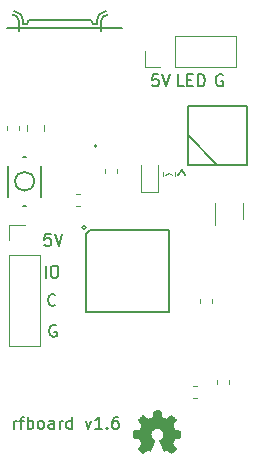
<source format=gbr>
G04 #@! TF.GenerationSoftware,KiCad,Pcbnew,5.1.4-e60b266~84~ubuntu18.04.1*
G04 #@! TF.CreationDate,2019-09-28T16:56:38-06:00*
G04 #@! TF.ProjectId,rfboard,7266626f-6172-4642-9e6b-696361645f70,rev?*
G04 #@! TF.SameCoordinates,Original*
G04 #@! TF.FileFunction,Legend,Top*
G04 #@! TF.FilePolarity,Positive*
%FSLAX46Y46*%
G04 Gerber Fmt 4.6, Leading zero omitted, Abs format (unit mm)*
G04 Created by KiCad (PCBNEW 5.1.4-e60b266~84~ubuntu18.04.1) date 2019-09-28 16:56:38*
%MOMM*%
%LPD*%
G04 APERTURE LIST*
%ADD10C,0.150000*%
%ADD11C,0.101600*%
%ADD12C,0.203200*%
%ADD13C,0.002540*%
%ADD14C,0.120000*%
%ADD15C,0.127000*%
%ADD16C,0.100000*%
G04 APERTURE END LIST*
D10*
X116300000Y-105000000D02*
X116600000Y-105500000D01*
X116000000Y-105500000D02*
X116300000Y-105000000D01*
D11*
X114900000Y-105500000D02*
X115200000Y-105300000D01*
X115200000Y-105300000D02*
X115500000Y-105500000D01*
D10*
X105609523Y-116457142D02*
X105561904Y-116504761D01*
X105419047Y-116552380D01*
X105323809Y-116552380D01*
X105180952Y-116504761D01*
X105085714Y-116409523D01*
X105038095Y-116314285D01*
X104990476Y-116123809D01*
X104990476Y-115980952D01*
X105038095Y-115790476D01*
X105085714Y-115695238D01*
X105180952Y-115600000D01*
X105323809Y-115552380D01*
X105419047Y-115552380D01*
X105561904Y-115600000D01*
X105609523Y-115647619D01*
X104776190Y-114152380D02*
X104776190Y-113152380D01*
X105442857Y-113152380D02*
X105633333Y-113152380D01*
X105728571Y-113200000D01*
X105823809Y-113295238D01*
X105871428Y-113485714D01*
X105871428Y-113819047D01*
X105823809Y-114009523D01*
X105728571Y-114104761D01*
X105633333Y-114152380D01*
X105442857Y-114152380D01*
X105347619Y-114104761D01*
X105252380Y-114009523D01*
X105204761Y-113819047D01*
X105204761Y-113485714D01*
X105252380Y-113295238D01*
X105347619Y-113200000D01*
X105442857Y-113152380D01*
X105661904Y-118200000D02*
X105566666Y-118152380D01*
X105423809Y-118152380D01*
X105280952Y-118200000D01*
X105185714Y-118295238D01*
X105138095Y-118390476D01*
X105090476Y-118580952D01*
X105090476Y-118723809D01*
X105138095Y-118914285D01*
X105185714Y-119009523D01*
X105280952Y-119104761D01*
X105423809Y-119152380D01*
X105519047Y-119152380D01*
X105661904Y-119104761D01*
X105709523Y-119057142D01*
X105709523Y-118723809D01*
X105519047Y-118723809D01*
X105209523Y-110452380D02*
X104733333Y-110452380D01*
X104685714Y-110928571D01*
X104733333Y-110880952D01*
X104828571Y-110833333D01*
X105066666Y-110833333D01*
X105161904Y-110880952D01*
X105209523Y-110928571D01*
X105257142Y-111023809D01*
X105257142Y-111261904D01*
X105209523Y-111357142D01*
X105161904Y-111404761D01*
X105066666Y-111452380D01*
X104828571Y-111452380D01*
X104733333Y-111404761D01*
X104685714Y-111357142D01*
X105542857Y-110452380D02*
X105876190Y-111452380D01*
X106209523Y-110452380D01*
X119761904Y-97000000D02*
X119666666Y-96952380D01*
X119523809Y-96952380D01*
X119380952Y-97000000D01*
X119285714Y-97095238D01*
X119238095Y-97190476D01*
X119190476Y-97380952D01*
X119190476Y-97523809D01*
X119238095Y-97714285D01*
X119285714Y-97809523D01*
X119380952Y-97904761D01*
X119523809Y-97952380D01*
X119619047Y-97952380D01*
X119761904Y-97904761D01*
X119809523Y-97857142D01*
X119809523Y-97523809D01*
X119619047Y-97523809D01*
X116457142Y-97952380D02*
X115980952Y-97952380D01*
X115980952Y-96952380D01*
X116790476Y-97428571D02*
X117123809Y-97428571D01*
X117266666Y-97952380D02*
X116790476Y-97952380D01*
X116790476Y-96952380D01*
X117266666Y-96952380D01*
X117695238Y-97952380D02*
X117695238Y-96952380D01*
X117933333Y-96952380D01*
X118076190Y-97000000D01*
X118171428Y-97095238D01*
X118219047Y-97190476D01*
X118266666Y-97380952D01*
X118266666Y-97523809D01*
X118219047Y-97714285D01*
X118171428Y-97809523D01*
X118076190Y-97904761D01*
X117933333Y-97952380D01*
X117695238Y-97952380D01*
X114309523Y-96952380D02*
X113833333Y-96952380D01*
X113785714Y-97428571D01*
X113833333Y-97380952D01*
X113928571Y-97333333D01*
X114166666Y-97333333D01*
X114261904Y-97380952D01*
X114309523Y-97428571D01*
X114357142Y-97523809D01*
X114357142Y-97761904D01*
X114309523Y-97857142D01*
X114261904Y-97904761D01*
X114166666Y-97952380D01*
X113928571Y-97952380D01*
X113833333Y-97904761D01*
X113785714Y-97857142D01*
X114642857Y-96952380D02*
X114976190Y-97952380D01*
X115309523Y-96952380D01*
X102071428Y-126952380D02*
X102071428Y-126285714D01*
X102071428Y-126476190D02*
X102119047Y-126380952D01*
X102166666Y-126333333D01*
X102261904Y-126285714D01*
X102357142Y-126285714D01*
X102547619Y-126285714D02*
X102928571Y-126285714D01*
X102690476Y-126952380D02*
X102690476Y-126095238D01*
X102738095Y-126000000D01*
X102833333Y-125952380D01*
X102928571Y-125952380D01*
X103261904Y-126952380D02*
X103261904Y-125952380D01*
X103261904Y-126333333D02*
X103357142Y-126285714D01*
X103547619Y-126285714D01*
X103642857Y-126333333D01*
X103690476Y-126380952D01*
X103738095Y-126476190D01*
X103738095Y-126761904D01*
X103690476Y-126857142D01*
X103642857Y-126904761D01*
X103547619Y-126952380D01*
X103357142Y-126952380D01*
X103261904Y-126904761D01*
X104309523Y-126952380D02*
X104214285Y-126904761D01*
X104166666Y-126857142D01*
X104119047Y-126761904D01*
X104119047Y-126476190D01*
X104166666Y-126380952D01*
X104214285Y-126333333D01*
X104309523Y-126285714D01*
X104452380Y-126285714D01*
X104547619Y-126333333D01*
X104595238Y-126380952D01*
X104642857Y-126476190D01*
X104642857Y-126761904D01*
X104595238Y-126857142D01*
X104547619Y-126904761D01*
X104452380Y-126952380D01*
X104309523Y-126952380D01*
X105500000Y-126952380D02*
X105500000Y-126428571D01*
X105452380Y-126333333D01*
X105357142Y-126285714D01*
X105166666Y-126285714D01*
X105071428Y-126333333D01*
X105500000Y-126904761D02*
X105404761Y-126952380D01*
X105166666Y-126952380D01*
X105071428Y-126904761D01*
X105023809Y-126809523D01*
X105023809Y-126714285D01*
X105071428Y-126619047D01*
X105166666Y-126571428D01*
X105404761Y-126571428D01*
X105500000Y-126523809D01*
X105976190Y-126952380D02*
X105976190Y-126285714D01*
X105976190Y-126476190D02*
X106023809Y-126380952D01*
X106071428Y-126333333D01*
X106166666Y-126285714D01*
X106261904Y-126285714D01*
X107023809Y-126952380D02*
X107023809Y-125952380D01*
X107023809Y-126904761D02*
X106928571Y-126952380D01*
X106738095Y-126952380D01*
X106642857Y-126904761D01*
X106595238Y-126857142D01*
X106547619Y-126761904D01*
X106547619Y-126476190D01*
X106595238Y-126380952D01*
X106642857Y-126333333D01*
X106738095Y-126285714D01*
X106928571Y-126285714D01*
X107023809Y-126333333D01*
X108166666Y-126285714D02*
X108404761Y-126952380D01*
X108642857Y-126285714D01*
X109547619Y-126952380D02*
X108976190Y-126952380D01*
X109261904Y-126952380D02*
X109261904Y-125952380D01*
X109166666Y-126095238D01*
X109071428Y-126190476D01*
X108976190Y-126238095D01*
X109976190Y-126857142D02*
X110023809Y-126904761D01*
X109976190Y-126952380D01*
X109928571Y-126904761D01*
X109976190Y-126857142D01*
X109976190Y-126952380D01*
X110880952Y-125952380D02*
X110690476Y-125952380D01*
X110595238Y-126000000D01*
X110547619Y-126047619D01*
X110452380Y-126190476D01*
X110404761Y-126380952D01*
X110404761Y-126761904D01*
X110452380Y-126857142D01*
X110500000Y-126904761D01*
X110595238Y-126952380D01*
X110785714Y-126952380D01*
X110880952Y-126904761D01*
X110928571Y-126857142D01*
X110976190Y-126761904D01*
X110976190Y-126523809D01*
X110928571Y-126428571D01*
X110880952Y-126380952D01*
X110785714Y-126333333D01*
X110595238Y-126333333D01*
X110500000Y-126380952D01*
X110452380Y-126428571D01*
X110404761Y-126523809D01*
D12*
X115202660Y-110097340D02*
X115202660Y-117102660D01*
X115202660Y-117102660D02*
X108197340Y-117102660D01*
X108197340Y-117102660D02*
X108197340Y-110450400D01*
X108550400Y-110097340D02*
X115202660Y-110097340D01*
X108550400Y-110097340D02*
X108197340Y-110450400D01*
X108194800Y-109917000D02*
G75*
G03X108194800Y-109917000I-152400J0D01*
G01*
D13*
G36*
X112988420Y-128995780D02*
G01*
X113008740Y-128985620D01*
X113057000Y-128955140D01*
X113123040Y-128911960D01*
X113201780Y-128858620D01*
X113280520Y-128805280D01*
X113346560Y-128762100D01*
X113392280Y-128731620D01*
X113410060Y-128721460D01*
X113420220Y-128724000D01*
X113458320Y-128744320D01*
X113514200Y-128772260D01*
X113544680Y-128787500D01*
X113595480Y-128810360D01*
X113620880Y-128815440D01*
X113623420Y-128807820D01*
X113643740Y-128769720D01*
X113671680Y-128703680D01*
X113709780Y-128617320D01*
X113752960Y-128515720D01*
X113798680Y-128406500D01*
X113844400Y-128294740D01*
X113890120Y-128188060D01*
X113928220Y-128091540D01*
X113961240Y-128015340D01*
X113981560Y-127959460D01*
X113989180Y-127936600D01*
X113986640Y-127931520D01*
X113961240Y-127908660D01*
X113918060Y-127875640D01*
X113821540Y-127796900D01*
X113730100Y-127680060D01*
X113671680Y-127547980D01*
X113653900Y-127400660D01*
X113669140Y-127266040D01*
X113722480Y-127136500D01*
X113813920Y-127017120D01*
X113925680Y-126930760D01*
X114055220Y-126874880D01*
X114200000Y-126857100D01*
X114339700Y-126872340D01*
X114471780Y-126925680D01*
X114591160Y-127014580D01*
X114639420Y-127073000D01*
X114708000Y-127192380D01*
X114748640Y-127319380D01*
X114751180Y-127349860D01*
X114746100Y-127492100D01*
X114705460Y-127626720D01*
X114631800Y-127746100D01*
X114527660Y-127845160D01*
X114514960Y-127855320D01*
X114466700Y-127890880D01*
X114436220Y-127913740D01*
X114410820Y-127934060D01*
X114588620Y-128365860D01*
X114616560Y-128434440D01*
X114667360Y-128551280D01*
X114710540Y-128652880D01*
X114743560Y-128734160D01*
X114768960Y-128787500D01*
X114779120Y-128810360D01*
X114794360Y-128812900D01*
X114827380Y-128800200D01*
X114888340Y-128772260D01*
X114928980Y-128751940D01*
X114974700Y-128729080D01*
X114995020Y-128721460D01*
X115012800Y-128731620D01*
X115055980Y-128759560D01*
X115119480Y-128802740D01*
X115195680Y-128853540D01*
X115269340Y-128904340D01*
X115337920Y-128950060D01*
X115386180Y-128980540D01*
X115411580Y-128993240D01*
X115414120Y-128993240D01*
X115434440Y-128980540D01*
X115475080Y-128950060D01*
X115533500Y-128894180D01*
X115614780Y-128812900D01*
X115627480Y-128800200D01*
X115696060Y-128729080D01*
X115751940Y-128670660D01*
X115790040Y-128630020D01*
X115802740Y-128612240D01*
X115790040Y-128586840D01*
X115759560Y-128538580D01*
X115713840Y-128470000D01*
X115660500Y-128391260D01*
X115518260Y-128182980D01*
X115597000Y-127987400D01*
X115619860Y-127928980D01*
X115650340Y-127855320D01*
X115673200Y-127804520D01*
X115685900Y-127781660D01*
X115706220Y-127774040D01*
X115759560Y-127761340D01*
X115838300Y-127743560D01*
X115929740Y-127728320D01*
X116018640Y-127710540D01*
X116097380Y-127695300D01*
X116155800Y-127685140D01*
X116181200Y-127680060D01*
X116186280Y-127674980D01*
X116191360Y-127662280D01*
X116196440Y-127636880D01*
X116196440Y-127588620D01*
X116198980Y-127512420D01*
X116198980Y-127400660D01*
X116198980Y-127390500D01*
X116196440Y-127283820D01*
X116196440Y-127200000D01*
X116193900Y-127146660D01*
X116188820Y-127126340D01*
X116163420Y-127118720D01*
X116107540Y-127108560D01*
X116028800Y-127090780D01*
X115932280Y-127073000D01*
X115927200Y-127073000D01*
X115833220Y-127055220D01*
X115754480Y-127037440D01*
X115698600Y-127024740D01*
X115675740Y-127017120D01*
X115670660Y-127012040D01*
X115650340Y-126973940D01*
X115622400Y-126915520D01*
X115591920Y-126844400D01*
X115561440Y-126770740D01*
X115533500Y-126702160D01*
X115515720Y-126653900D01*
X115510640Y-126631040D01*
X115525880Y-126608180D01*
X115558900Y-126557380D01*
X115604620Y-126491340D01*
X115660500Y-126410060D01*
X115663040Y-126402440D01*
X115718920Y-126323700D01*
X115762100Y-126255120D01*
X115792580Y-126206860D01*
X115802740Y-126186540D01*
X115802740Y-126184000D01*
X115784960Y-126161140D01*
X115744320Y-126115420D01*
X115685900Y-126054460D01*
X115614780Y-125983340D01*
X115591920Y-125963020D01*
X115515720Y-125886820D01*
X115462380Y-125836020D01*
X115426820Y-125810620D01*
X115411580Y-125803000D01*
X115411580Y-125805540D01*
X115386180Y-125818240D01*
X115335380Y-125851260D01*
X115266800Y-125899520D01*
X115185520Y-125952860D01*
X115180440Y-125957940D01*
X115101700Y-126011280D01*
X115035660Y-126057000D01*
X114987400Y-126087480D01*
X114967080Y-126100180D01*
X114962000Y-126100180D01*
X114931520Y-126090020D01*
X114873100Y-126072240D01*
X114804520Y-126044300D01*
X114730860Y-126013820D01*
X114662280Y-125985880D01*
X114611480Y-125963020D01*
X114588620Y-125950320D01*
X114588620Y-125947780D01*
X114578460Y-125919840D01*
X114565760Y-125858880D01*
X114547980Y-125777600D01*
X114530200Y-125678540D01*
X114527660Y-125663300D01*
X114509880Y-125569320D01*
X114494640Y-125490580D01*
X114481940Y-125434700D01*
X114476860Y-125411840D01*
X114464160Y-125409300D01*
X114415900Y-125406760D01*
X114344780Y-125404220D01*
X114258420Y-125404220D01*
X114169520Y-125404220D01*
X114083160Y-125406760D01*
X114006960Y-125409300D01*
X113953620Y-125411840D01*
X113930760Y-125416920D01*
X113928220Y-125419460D01*
X113920600Y-125447400D01*
X113907900Y-125508360D01*
X113890120Y-125589640D01*
X113872340Y-125688700D01*
X113869800Y-125706480D01*
X113852020Y-125800460D01*
X113834240Y-125879200D01*
X113824080Y-125932540D01*
X113816460Y-125952860D01*
X113808840Y-125957940D01*
X113770740Y-125975720D01*
X113707240Y-126001120D01*
X113625960Y-126034140D01*
X113443080Y-126107800D01*
X113219560Y-125952860D01*
X113199240Y-125940160D01*
X113117960Y-125884280D01*
X113051920Y-125841100D01*
X113006200Y-125810620D01*
X112985880Y-125800460D01*
X112963020Y-125820780D01*
X112917300Y-125861420D01*
X112856340Y-125922380D01*
X112787760Y-125990960D01*
X112734420Y-126044300D01*
X112673460Y-126107800D01*
X112632820Y-126148440D01*
X112612500Y-126176380D01*
X112604880Y-126194160D01*
X112607420Y-126204320D01*
X112620120Y-126227180D01*
X112653140Y-126275440D01*
X112698860Y-126344020D01*
X112754740Y-126422760D01*
X112800460Y-126491340D01*
X112848720Y-126565000D01*
X112879200Y-126618340D01*
X112891900Y-126646280D01*
X112889360Y-126656440D01*
X112871580Y-126699620D01*
X112846180Y-126768200D01*
X112813160Y-126846940D01*
X112734420Y-127024740D01*
X112617580Y-127045060D01*
X112546460Y-127060300D01*
X112447400Y-127078080D01*
X112353420Y-127095860D01*
X112206100Y-127126340D01*
X112201020Y-127664820D01*
X112223880Y-127674980D01*
X112246740Y-127682600D01*
X112300080Y-127692760D01*
X112378820Y-127708000D01*
X112470260Y-127725780D01*
X112549000Y-127741020D01*
X112627740Y-127756260D01*
X112683620Y-127766420D01*
X112709020Y-127771500D01*
X112716640Y-127781660D01*
X112736960Y-127819760D01*
X112764900Y-127880720D01*
X112795380Y-127954380D01*
X112825860Y-128028040D01*
X112853800Y-128099160D01*
X112874120Y-128152500D01*
X112881740Y-128180440D01*
X112871580Y-128200760D01*
X112841100Y-128246480D01*
X112797920Y-128312520D01*
X112744580Y-128391260D01*
X112688700Y-128470000D01*
X112645520Y-128538580D01*
X112612500Y-128586840D01*
X112599800Y-128607160D01*
X112607420Y-128622400D01*
X112637900Y-128660500D01*
X112696320Y-128721460D01*
X112785220Y-128810360D01*
X112800460Y-128823060D01*
X112869040Y-128891640D01*
X112930000Y-128944980D01*
X112970640Y-128983080D01*
X112988420Y-128995780D01*
X112988420Y-128995780D01*
G37*
X112988420Y-128995780D02*
X113008740Y-128985620D01*
X113057000Y-128955140D01*
X113123040Y-128911960D01*
X113201780Y-128858620D01*
X113280520Y-128805280D01*
X113346560Y-128762100D01*
X113392280Y-128731620D01*
X113410060Y-128721460D01*
X113420220Y-128724000D01*
X113458320Y-128744320D01*
X113514200Y-128772260D01*
X113544680Y-128787500D01*
X113595480Y-128810360D01*
X113620880Y-128815440D01*
X113623420Y-128807820D01*
X113643740Y-128769720D01*
X113671680Y-128703680D01*
X113709780Y-128617320D01*
X113752960Y-128515720D01*
X113798680Y-128406500D01*
X113844400Y-128294740D01*
X113890120Y-128188060D01*
X113928220Y-128091540D01*
X113961240Y-128015340D01*
X113981560Y-127959460D01*
X113989180Y-127936600D01*
X113986640Y-127931520D01*
X113961240Y-127908660D01*
X113918060Y-127875640D01*
X113821540Y-127796900D01*
X113730100Y-127680060D01*
X113671680Y-127547980D01*
X113653900Y-127400660D01*
X113669140Y-127266040D01*
X113722480Y-127136500D01*
X113813920Y-127017120D01*
X113925680Y-126930760D01*
X114055220Y-126874880D01*
X114200000Y-126857100D01*
X114339700Y-126872340D01*
X114471780Y-126925680D01*
X114591160Y-127014580D01*
X114639420Y-127073000D01*
X114708000Y-127192380D01*
X114748640Y-127319380D01*
X114751180Y-127349860D01*
X114746100Y-127492100D01*
X114705460Y-127626720D01*
X114631800Y-127746100D01*
X114527660Y-127845160D01*
X114514960Y-127855320D01*
X114466700Y-127890880D01*
X114436220Y-127913740D01*
X114410820Y-127934060D01*
X114588620Y-128365860D01*
X114616560Y-128434440D01*
X114667360Y-128551280D01*
X114710540Y-128652880D01*
X114743560Y-128734160D01*
X114768960Y-128787500D01*
X114779120Y-128810360D01*
X114794360Y-128812900D01*
X114827380Y-128800200D01*
X114888340Y-128772260D01*
X114928980Y-128751940D01*
X114974700Y-128729080D01*
X114995020Y-128721460D01*
X115012800Y-128731620D01*
X115055980Y-128759560D01*
X115119480Y-128802740D01*
X115195680Y-128853540D01*
X115269340Y-128904340D01*
X115337920Y-128950060D01*
X115386180Y-128980540D01*
X115411580Y-128993240D01*
X115414120Y-128993240D01*
X115434440Y-128980540D01*
X115475080Y-128950060D01*
X115533500Y-128894180D01*
X115614780Y-128812900D01*
X115627480Y-128800200D01*
X115696060Y-128729080D01*
X115751940Y-128670660D01*
X115790040Y-128630020D01*
X115802740Y-128612240D01*
X115790040Y-128586840D01*
X115759560Y-128538580D01*
X115713840Y-128470000D01*
X115660500Y-128391260D01*
X115518260Y-128182980D01*
X115597000Y-127987400D01*
X115619860Y-127928980D01*
X115650340Y-127855320D01*
X115673200Y-127804520D01*
X115685900Y-127781660D01*
X115706220Y-127774040D01*
X115759560Y-127761340D01*
X115838300Y-127743560D01*
X115929740Y-127728320D01*
X116018640Y-127710540D01*
X116097380Y-127695300D01*
X116155800Y-127685140D01*
X116181200Y-127680060D01*
X116186280Y-127674980D01*
X116191360Y-127662280D01*
X116196440Y-127636880D01*
X116196440Y-127588620D01*
X116198980Y-127512420D01*
X116198980Y-127400660D01*
X116198980Y-127390500D01*
X116196440Y-127283820D01*
X116196440Y-127200000D01*
X116193900Y-127146660D01*
X116188820Y-127126340D01*
X116163420Y-127118720D01*
X116107540Y-127108560D01*
X116028800Y-127090780D01*
X115932280Y-127073000D01*
X115927200Y-127073000D01*
X115833220Y-127055220D01*
X115754480Y-127037440D01*
X115698600Y-127024740D01*
X115675740Y-127017120D01*
X115670660Y-127012040D01*
X115650340Y-126973940D01*
X115622400Y-126915520D01*
X115591920Y-126844400D01*
X115561440Y-126770740D01*
X115533500Y-126702160D01*
X115515720Y-126653900D01*
X115510640Y-126631040D01*
X115525880Y-126608180D01*
X115558900Y-126557380D01*
X115604620Y-126491340D01*
X115660500Y-126410060D01*
X115663040Y-126402440D01*
X115718920Y-126323700D01*
X115762100Y-126255120D01*
X115792580Y-126206860D01*
X115802740Y-126186540D01*
X115802740Y-126184000D01*
X115784960Y-126161140D01*
X115744320Y-126115420D01*
X115685900Y-126054460D01*
X115614780Y-125983340D01*
X115591920Y-125963020D01*
X115515720Y-125886820D01*
X115462380Y-125836020D01*
X115426820Y-125810620D01*
X115411580Y-125803000D01*
X115411580Y-125805540D01*
X115386180Y-125818240D01*
X115335380Y-125851260D01*
X115266800Y-125899520D01*
X115185520Y-125952860D01*
X115180440Y-125957940D01*
X115101700Y-126011280D01*
X115035660Y-126057000D01*
X114987400Y-126087480D01*
X114967080Y-126100180D01*
X114962000Y-126100180D01*
X114931520Y-126090020D01*
X114873100Y-126072240D01*
X114804520Y-126044300D01*
X114730860Y-126013820D01*
X114662280Y-125985880D01*
X114611480Y-125963020D01*
X114588620Y-125950320D01*
X114588620Y-125947780D01*
X114578460Y-125919840D01*
X114565760Y-125858880D01*
X114547980Y-125777600D01*
X114530200Y-125678540D01*
X114527660Y-125663300D01*
X114509880Y-125569320D01*
X114494640Y-125490580D01*
X114481940Y-125434700D01*
X114476860Y-125411840D01*
X114464160Y-125409300D01*
X114415900Y-125406760D01*
X114344780Y-125404220D01*
X114258420Y-125404220D01*
X114169520Y-125404220D01*
X114083160Y-125406760D01*
X114006960Y-125409300D01*
X113953620Y-125411840D01*
X113930760Y-125416920D01*
X113928220Y-125419460D01*
X113920600Y-125447400D01*
X113907900Y-125508360D01*
X113890120Y-125589640D01*
X113872340Y-125688700D01*
X113869800Y-125706480D01*
X113852020Y-125800460D01*
X113834240Y-125879200D01*
X113824080Y-125932540D01*
X113816460Y-125952860D01*
X113808840Y-125957940D01*
X113770740Y-125975720D01*
X113707240Y-126001120D01*
X113625960Y-126034140D01*
X113443080Y-126107800D01*
X113219560Y-125952860D01*
X113199240Y-125940160D01*
X113117960Y-125884280D01*
X113051920Y-125841100D01*
X113006200Y-125810620D01*
X112985880Y-125800460D01*
X112963020Y-125820780D01*
X112917300Y-125861420D01*
X112856340Y-125922380D01*
X112787760Y-125990960D01*
X112734420Y-126044300D01*
X112673460Y-126107800D01*
X112632820Y-126148440D01*
X112612500Y-126176380D01*
X112604880Y-126194160D01*
X112607420Y-126204320D01*
X112620120Y-126227180D01*
X112653140Y-126275440D01*
X112698860Y-126344020D01*
X112754740Y-126422760D01*
X112800460Y-126491340D01*
X112848720Y-126565000D01*
X112879200Y-126618340D01*
X112891900Y-126646280D01*
X112889360Y-126656440D01*
X112871580Y-126699620D01*
X112846180Y-126768200D01*
X112813160Y-126846940D01*
X112734420Y-127024740D01*
X112617580Y-127045060D01*
X112546460Y-127060300D01*
X112447400Y-127078080D01*
X112353420Y-127095860D01*
X112206100Y-127126340D01*
X112201020Y-127664820D01*
X112223880Y-127674980D01*
X112246740Y-127682600D01*
X112300080Y-127692760D01*
X112378820Y-127708000D01*
X112470260Y-127725780D01*
X112549000Y-127741020D01*
X112627740Y-127756260D01*
X112683620Y-127766420D01*
X112709020Y-127771500D01*
X112716640Y-127781660D01*
X112736960Y-127819760D01*
X112764900Y-127880720D01*
X112795380Y-127954380D01*
X112825860Y-128028040D01*
X112853800Y-128099160D01*
X112874120Y-128152500D01*
X112881740Y-128180440D01*
X112871580Y-128200760D01*
X112841100Y-128246480D01*
X112797920Y-128312520D01*
X112744580Y-128391260D01*
X112688700Y-128470000D01*
X112645520Y-128538580D01*
X112612500Y-128586840D01*
X112599800Y-128607160D01*
X112607420Y-128622400D01*
X112637900Y-128660500D01*
X112696320Y-128721460D01*
X112785220Y-128810360D01*
X112800460Y-128823060D01*
X112869040Y-128891640D01*
X112930000Y-128944980D01*
X112970640Y-128983080D01*
X112988420Y-128995780D01*
D14*
X109790000Y-105262779D02*
X109790000Y-104937221D01*
X110810000Y-105262779D02*
X110810000Y-104937221D01*
X102510000Y-101650279D02*
X102510000Y-101324721D01*
X101490000Y-101650279D02*
X101490000Y-101324721D01*
X107662779Y-107090000D02*
X107337221Y-107090000D01*
X107662779Y-108110000D02*
X107337221Y-108110000D01*
X117890000Y-116262779D02*
X117890000Y-115937221D01*
X118910000Y-116262779D02*
X118910000Y-115937221D01*
X120310000Y-123162779D02*
X120310000Y-122837221D01*
X119290000Y-123162779D02*
X119290000Y-122837221D01*
D15*
X121799360Y-99600640D02*
X116800640Y-99600640D01*
X116800640Y-99600640D02*
X116800640Y-104599360D01*
X116800640Y-104599360D02*
X121799360Y-104599360D01*
X121799360Y-104599360D02*
X121799360Y-99600640D01*
D12*
X119300000Y-104600000D02*
X116800000Y-102100000D01*
D15*
X109500000Y-93250000D02*
X109500000Y-92400000D01*
X109500000Y-92400000D02*
X109500000Y-92350000D01*
X102500000Y-93250000D02*
X102500000Y-92350000D01*
X111250000Y-93050000D02*
X101500000Y-93050000D01*
X109500000Y-92400000D02*
G75*
G02X110000000Y-91900000I500000J0D01*
G01*
X109900000Y-91600000D02*
G75*
G03X109100000Y-92400000I0J-800000D01*
G01*
X109100000Y-92400000D02*
X109100000Y-92700000D01*
X109100000Y-92700000D02*
X108800000Y-92700000D01*
X108800000Y-92700000D02*
G75*
G03X108400000Y-92300000I-400000J0D01*
G01*
X102500000Y-93250000D02*
X102500000Y-92400000D01*
X102500000Y-92400000D02*
X102500000Y-92350000D01*
X102500000Y-92400000D02*
G75*
G03X102000000Y-91900000I-500000J0D01*
G01*
X102100000Y-91600000D02*
G75*
G02X102900000Y-92400000I0J-800000D01*
G01*
X102900000Y-92400000D02*
X102900000Y-92700000D01*
X102900000Y-92700000D02*
X103200000Y-92700000D01*
X103200000Y-92700000D02*
G75*
G02X103600000Y-92300000I400000J0D01*
G01*
X108400000Y-92300000D02*
X103700000Y-92300000D01*
D14*
X117562779Y-124310000D02*
X117237221Y-124310000D01*
X117562779Y-123290000D02*
X117237221Y-123290000D01*
X115710000Y-105237221D02*
X115710000Y-105562779D01*
X114690000Y-105237221D02*
X114690000Y-105562779D01*
D16*
X109130000Y-103000000D02*
G75*
G03X109130000Y-103000000I-130000J0D01*
G01*
D14*
X112865000Y-104600000D02*
X112865000Y-106885000D01*
X112865000Y-106885000D02*
X114335000Y-106885000D01*
X114335000Y-106885000D02*
X114335000Y-104600000D01*
X120910000Y-96330000D02*
X120910000Y-93670000D01*
X115770000Y-96330000D02*
X120910000Y-96330000D01*
X115770000Y-93670000D02*
X120910000Y-93670000D01*
X115770000Y-96330000D02*
X115770000Y-93670000D01*
X114500000Y-96330000D02*
X113170000Y-96330000D01*
X113170000Y-96330000D02*
X113170000Y-95000000D01*
X101670000Y-119950000D02*
X104330000Y-119950000D01*
X101670000Y-112270000D02*
X101670000Y-119950000D01*
X104330000Y-112270000D02*
X104330000Y-119950000D01*
X101670000Y-112270000D02*
X104330000Y-112270000D01*
X101670000Y-111000000D02*
X101670000Y-109670000D01*
X101670000Y-109670000D02*
X103000000Y-109670000D01*
D12*
X104399540Y-104663960D02*
X104399540Y-107336040D01*
X101600460Y-107336040D02*
X101600460Y-104663960D01*
X102870460Y-108098040D02*
X103129540Y-108098040D01*
X103129540Y-103901960D02*
X102870460Y-103901960D01*
D15*
X103802640Y-106000000D02*
G75*
G03X103802640Y-106000000I-802640J0D01*
G01*
D14*
X119140000Y-107800000D02*
X119140000Y-109700000D01*
X121460000Y-109200000D02*
X121460000Y-107800000D01*
X103190000Y-101758578D02*
X103190000Y-101241422D01*
X104610000Y-101758578D02*
X104610000Y-101241422D01*
M02*

</source>
